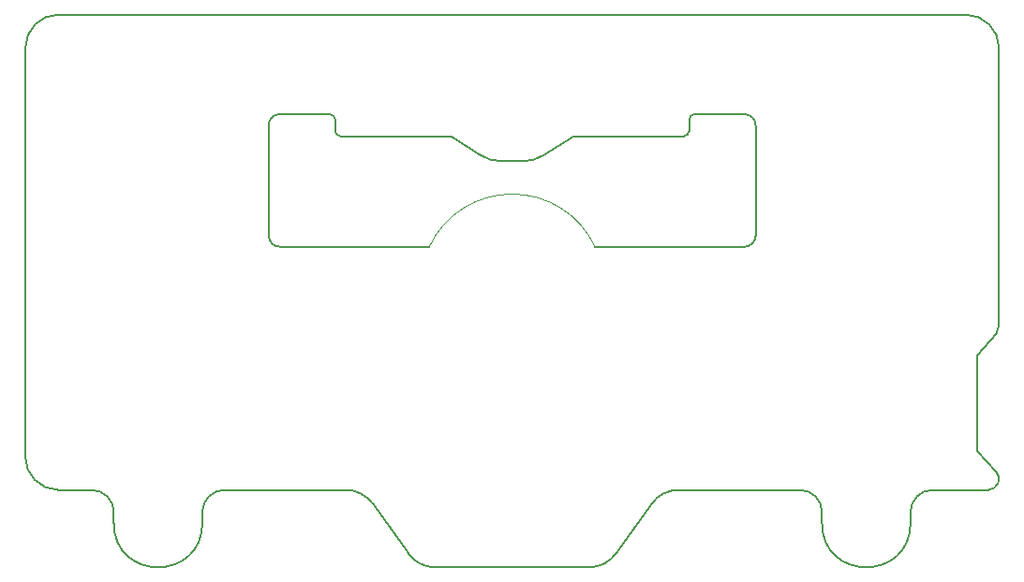
<source format=gbr>
%TF.GenerationSoftware,KiCad,Pcbnew,8.0.6*%
%TF.CreationDate,2024-12-15T00:33:14-05:00*%
%TF.ProjectId,VFDSAO,56464453-414f-42e6-9b69-6361645f7063,rev?*%
%TF.SameCoordinates,Original*%
%TF.FileFunction,Profile,NP*%
%FSLAX46Y46*%
G04 Gerber Fmt 4.6, Leading zero omitted, Abs format (unit mm)*
G04 Created by KiCad (PCBNEW 8.0.6) date 2024-12-15 00:33:14*
%MOMM*%
%LPD*%
G01*
G04 APERTURE LIST*
%TA.AperFunction,Profile*%
%ADD10C,0.160000*%
%TD*%
%TA.AperFunction,Profile*%
%ADD11C,0.100000*%
%TD*%
G04 APERTURE END LIST*
D10*
X136000000Y-106000000D02*
G75*
G02*
X128000000Y-106000000I-4000000J0D01*
G01*
X98961907Y-73250000D02*
G75*
G02*
X97190863Y-72729842I-7J3275100D01*
G01*
X109397347Y-108743715D02*
X112602653Y-104256285D01*
X142050000Y-99500000D02*
X142050000Y-90864336D01*
X92507143Y-81000000D02*
X79000000Y-81000000D01*
X56000000Y-63000000D02*
G75*
G02*
X59000000Y-60000000I3000000J0D01*
G01*
X143734157Y-101321020D02*
G75*
G02*
X143000000Y-103000000I-734157J-678980D01*
G01*
X56000000Y-63000000D02*
X56000000Y-100000000D01*
X122000000Y-80000000D02*
X122000000Y-70000000D01*
X84500000Y-71000000D02*
G75*
G02*
X84000000Y-70500000I0J500000D01*
G01*
X93043854Y-110000000D02*
X106956146Y-110000000D01*
X141000000Y-60000000D02*
X59000000Y-60000000D01*
X126000000Y-103000000D02*
G75*
G02*
X128000000Y-105000000I0J-2000000D01*
G01*
X84956146Y-103000000D02*
G75*
G02*
X87397316Y-104256307I-46J-3000000D01*
G01*
X83500000Y-69000000D02*
G75*
G02*
X84000000Y-69500000I0J-500000D01*
G01*
X84956146Y-103000000D02*
X74000000Y-103000000D01*
X121000000Y-69000000D02*
X116500000Y-69000000D01*
X93043854Y-110000000D02*
G75*
G02*
X90602684Y-108743693I46J3000000D01*
G01*
X144000000Y-88140822D02*
G75*
G02*
X143771455Y-88777084I-1000000J22D01*
G01*
X59000000Y-103000000D02*
X62000000Y-103000000D01*
X72000000Y-105000000D02*
G75*
G02*
X74000000Y-103000000I2000000J0D01*
G01*
X102809136Y-72729841D02*
G75*
G02*
X101038093Y-73249998I-1771036J2754941D01*
G01*
X141000000Y-60000000D02*
G75*
G02*
X144000000Y-63000000I0J-3000000D01*
G01*
X136000000Y-105000000D02*
G75*
G02*
X138000000Y-103000000I2000000J0D01*
G01*
X143734157Y-101321020D02*
X142050000Y-99500000D01*
X94500000Y-71000000D02*
X84500000Y-71000000D01*
X116000000Y-69500000D02*
G75*
G02*
X116500000Y-69000000I500000J0D01*
G01*
X78000000Y-70000000D02*
G75*
G02*
X79000000Y-69000000I1000000J0D01*
G01*
X144000000Y-88140822D02*
X144000000Y-63000000D01*
X136000000Y-105000000D02*
X136000000Y-106000000D01*
X87397347Y-104256285D02*
X90602653Y-108743715D01*
X102809136Y-72729841D02*
X105500000Y-71000000D01*
X105500000Y-71000000D02*
X115500000Y-71000000D01*
X112602653Y-104256285D02*
G75*
G02*
X115043854Y-102999962I2441247J-1743715D01*
G01*
X84000000Y-70500000D02*
X84000000Y-69500000D01*
X128000000Y-105000000D02*
X128000000Y-106000000D01*
X79000000Y-81000000D02*
G75*
G02*
X78000000Y-80000000I0J1000000D01*
G01*
X72000000Y-106000000D02*
G75*
G02*
X64000000Y-106000000I-4000000J0D01*
G01*
X64000000Y-105000000D02*
X64000000Y-106000000D01*
X116000000Y-70500000D02*
G75*
G02*
X115500000Y-71000000I-500000J0D01*
G01*
X72000000Y-105000000D02*
X72000000Y-106000000D01*
X143000000Y-103000000D02*
X138000000Y-103000000D01*
X78000000Y-80000000D02*
X78000000Y-70000000D01*
X121000000Y-69000000D02*
G75*
G02*
X122000000Y-70000000I0J-1000000D01*
G01*
X98961907Y-73250000D02*
X101038093Y-73250000D01*
X142050000Y-90864336D02*
X143771466Y-88777093D01*
X115043854Y-103000000D02*
X126000000Y-103000000D01*
X122000000Y-80000000D02*
G75*
G02*
X121000000Y-81000000I-1000000J0D01*
G01*
D11*
X92507143Y-81000000D02*
G75*
G02*
X107492857Y-81000000I7492857J-3500001D01*
G01*
D10*
X62000000Y-103000000D02*
G75*
G02*
X64000000Y-105000000I0J-2000000D01*
G01*
X109397347Y-108743715D02*
G75*
G02*
X106956146Y-110000038I-2441247J1743715D01*
G01*
X94500000Y-71000000D02*
X97190864Y-72729841D01*
X59000000Y-103000000D02*
G75*
G02*
X56000000Y-100000000I0J3000000D01*
G01*
X116000000Y-69500000D02*
X116000000Y-70500000D01*
X79000000Y-69000000D02*
X83500000Y-69000000D01*
X107492857Y-81000000D02*
X121000000Y-81000000D01*
M02*

</source>
